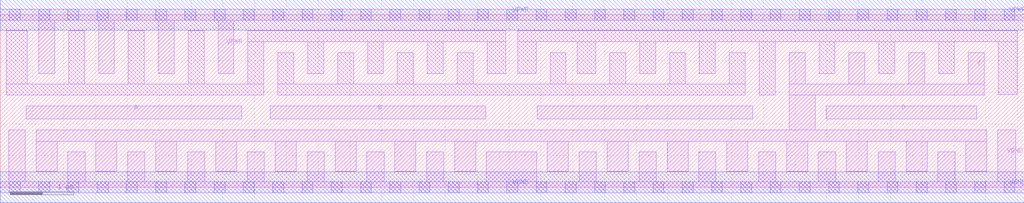
<source format=lef>
# Copyright 2020 The SkyWater PDK Authors
#
# Licensed under the Apache License, Version 2.0 (the "License");
# you may not use this file except in compliance with the License.
# You may obtain a copy of the License at
#
#     https://www.apache.org/licenses/LICENSE-2.0
#
# Unless required by applicable law or agreed to in writing, software
# distributed under the License is distributed on an "AS IS" BASIS,
# WITHOUT WARRANTIES OR CONDITIONS OF ANY KIND, either express or implied.
# See the License for the specific language governing permissions and
# limitations under the License.
#
# SPDX-License-Identifier: Apache-2.0

VERSION 5.7 ;
  NAMESCASESENSITIVE ON ;
  NOWIREEXTENSIONATPIN ON ;
  DIVIDERCHAR "/" ;
  BUSBITCHARS "[]" ;
UNITS
  DATABASE MICRONS 200 ;
END UNITS
PROPERTYDEFINITIONS
  MACRO maskLayoutSubType STRING ;
  MACRO prCellType STRING ;
  MACRO originalViewName STRING ;
END PROPERTYDEFINITIONS
MACRO sky130_fd_sc_hdll__nor4_8
  CLASS CORE ;
  FOREIGN sky130_fd_sc_hdll__nor4_8 ;
  ORIGIN  0.000000  0.000000 ;
  SIZE  16.10000 BY  2.720000 ;
  SYMMETRY X Y R90 ;
  SITE unithd ;
  PIN A
    ANTENNAGATEAREA  2.220000 ;
    DIRECTION INPUT ;
    USE SIGNAL ;
    PORT
      LAYER li1 ;
        RECT 0.405000 1.075000 3.795000 1.285000 ;
    END
  END A
  PIN B
    ANTENNAGATEAREA  2.220000 ;
    DIRECTION INPUT ;
    USE SIGNAL ;
    PORT
      LAYER li1 ;
        RECT 4.245000 1.075000 7.635000 1.285000 ;
    END
  END B
  PIN C
    ANTENNAGATEAREA  2.220000 ;
    DIRECTION INPUT ;
    USE SIGNAL ;
    PORT
      LAYER li1 ;
        RECT 8.445000 1.075000 11.835000 1.285000 ;
    END
  END C
  PIN D
    ANTENNAGATEAREA  2.220000 ;
    DIRECTION INPUT ;
    USE SIGNAL ;
    PORT
      LAYER li1 ;
        RECT 12.985000 1.075000 15.355000 1.285000 ;
    END
  END D
  PIN Y
    ANTENNADIFFAREA  3.968000 ;
    DIRECTION OUTPUT ;
    USE SIGNAL ;
    PORT
      LAYER li1 ;
        RECT  0.565000 0.255000  0.895000 0.725000 ;
        RECT  0.565000 0.725000 15.515000 0.905000 ;
        RECT  1.505000 0.255000  1.835000 0.725000 ;
        RECT  2.445000 0.255000  2.775000 0.725000 ;
        RECT  3.385000 0.255000  3.715000 0.725000 ;
        RECT  4.325000 0.255000  4.655000 0.725000 ;
        RECT  5.265000 0.255000  5.595000 0.725000 ;
        RECT  6.205000 0.255000  6.535000 0.725000 ;
        RECT  7.145000 0.255000  7.475000 0.725000 ;
        RECT  8.605000 0.255000  8.935000 0.725000 ;
        RECT  9.545000 0.255000  9.875000 0.725000 ;
        RECT 10.485000 0.255000 10.815000 0.725000 ;
        RECT 11.425000 0.255000 11.755000 0.725000 ;
        RECT 12.365000 0.255000 12.695000 0.725000 ;
        RECT 12.405000 0.905000 12.815000 1.455000 ;
        RECT 12.405000 1.455000 15.475000 1.625000 ;
        RECT 12.405000 1.625000 12.655000 2.125000 ;
        RECT 13.305000 0.255000 13.635000 0.725000 ;
        RECT 13.345000 1.625000 13.595000 2.125000 ;
        RECT 14.245000 0.255000 14.575000 0.725000 ;
        RECT 14.285000 1.625000 14.535000 2.125000 ;
        RECT 15.185000 0.255000 15.515000 0.725000 ;
        RECT 15.225000 1.625000 15.475000 2.125000 ;
    END
  END Y
  PIN VGND
    DIRECTION INOUT ;
    USE GROUND ;
    PORT
      LAYER li1 ;
        RECT  0.000000 -0.085000 16.100000 0.085000 ;
        RECT  0.135000  0.085000  0.395000 0.905000 ;
        RECT  1.065000  0.085000  1.335000 0.555000 ;
        RECT  2.005000  0.085000  2.275000 0.555000 ;
        RECT  2.945000  0.085000  3.215000 0.555000 ;
        RECT  3.885000  0.085000  4.155000 0.555000 ;
        RECT  4.825000  0.085000  5.095000 0.555000 ;
        RECT  5.765000  0.085000  6.035000 0.555000 ;
        RECT  6.705000  0.085000  6.975000 0.555000 ;
        RECT  7.645000  0.085000  8.435000 0.555000 ;
        RECT  9.105000  0.085000  9.375000 0.555000 ;
        RECT 10.045000  0.085000 10.315000 0.555000 ;
        RECT 10.985000  0.085000 11.255000 0.555000 ;
        RECT 11.925000  0.085000 12.195000 0.555000 ;
        RECT 12.865000  0.085000 13.135000 0.555000 ;
        RECT 13.805000  0.085000 14.075000 0.555000 ;
        RECT 14.745000  0.085000 15.015000 0.555000 ;
        RECT 15.685000  0.085000 15.965000 0.905000 ;
      LAYER mcon ;
        RECT  0.145000 -0.085000  0.315000 0.085000 ;
        RECT  0.605000 -0.085000  0.775000 0.085000 ;
        RECT  1.065000 -0.085000  1.235000 0.085000 ;
        RECT  1.525000 -0.085000  1.695000 0.085000 ;
        RECT  1.985000 -0.085000  2.155000 0.085000 ;
        RECT  2.445000 -0.085000  2.615000 0.085000 ;
        RECT  2.905000 -0.085000  3.075000 0.085000 ;
        RECT  3.365000 -0.085000  3.535000 0.085000 ;
        RECT  3.825000 -0.085000  3.995000 0.085000 ;
        RECT  4.285000 -0.085000  4.455000 0.085000 ;
        RECT  4.745000 -0.085000  4.915000 0.085000 ;
        RECT  5.205000 -0.085000  5.375000 0.085000 ;
        RECT  5.665000 -0.085000  5.835000 0.085000 ;
        RECT  6.125000 -0.085000  6.295000 0.085000 ;
        RECT  6.585000 -0.085000  6.755000 0.085000 ;
        RECT  7.045000 -0.085000  7.215000 0.085000 ;
        RECT  7.505000 -0.085000  7.675000 0.085000 ;
        RECT  7.965000 -0.085000  8.135000 0.085000 ;
        RECT  8.425000 -0.085000  8.595000 0.085000 ;
        RECT  8.885000 -0.085000  9.055000 0.085000 ;
        RECT  9.345000 -0.085000  9.515000 0.085000 ;
        RECT  9.805000 -0.085000  9.975000 0.085000 ;
        RECT 10.265000 -0.085000 10.435000 0.085000 ;
        RECT 10.725000 -0.085000 10.895000 0.085000 ;
        RECT 11.185000 -0.085000 11.355000 0.085000 ;
        RECT 11.645000 -0.085000 11.815000 0.085000 ;
        RECT 12.105000 -0.085000 12.275000 0.085000 ;
        RECT 12.565000 -0.085000 12.735000 0.085000 ;
        RECT 13.025000 -0.085000 13.195000 0.085000 ;
        RECT 13.485000 -0.085000 13.655000 0.085000 ;
        RECT 13.945000 -0.085000 14.115000 0.085000 ;
        RECT 14.405000 -0.085000 14.575000 0.085000 ;
        RECT 14.865000 -0.085000 15.035000 0.085000 ;
        RECT 15.325000 -0.085000 15.495000 0.085000 ;
        RECT 15.785000 -0.085000 15.955000 0.085000 ;
      LAYER met1 ;
        RECT 0.000000 -0.240000 16.100000 0.240000 ;
    END
  END VGND
  PIN VPWR
    DIRECTION INOUT ;
    USE POWER ;
    PORT
      LAYER li1 ;
        RECT 0.000000 2.635000 16.100000 2.805000 ;
        RECT 0.605000 1.795000  0.855000 2.635000 ;
        RECT 1.545000 1.795000  1.795000 2.635000 ;
        RECT 2.485000 1.795000  2.735000 2.635000 ;
        RECT 3.425000 1.795000  3.675000 2.635000 ;
      LAYER mcon ;
        RECT  0.145000 2.635000  0.315000 2.805000 ;
        RECT  0.605000 2.635000  0.775000 2.805000 ;
        RECT  1.065000 2.635000  1.235000 2.805000 ;
        RECT  1.525000 2.635000  1.695000 2.805000 ;
        RECT  1.985000 2.635000  2.155000 2.805000 ;
        RECT  2.445000 2.635000  2.615000 2.805000 ;
        RECT  2.905000 2.635000  3.075000 2.805000 ;
        RECT  3.365000 2.635000  3.535000 2.805000 ;
        RECT  3.825000 2.635000  3.995000 2.805000 ;
        RECT  4.285000 2.635000  4.455000 2.805000 ;
        RECT  4.745000 2.635000  4.915000 2.805000 ;
        RECT  5.205000 2.635000  5.375000 2.805000 ;
        RECT  5.665000 2.635000  5.835000 2.805000 ;
        RECT  6.125000 2.635000  6.295000 2.805000 ;
        RECT  6.585000 2.635000  6.755000 2.805000 ;
        RECT  7.045000 2.635000  7.215000 2.805000 ;
        RECT  7.505000 2.635000  7.675000 2.805000 ;
        RECT  7.965000 2.635000  8.135000 2.805000 ;
        RECT  8.425000 2.635000  8.595000 2.805000 ;
        RECT  8.885000 2.635000  9.055000 2.805000 ;
        RECT  9.345000 2.635000  9.515000 2.805000 ;
        RECT  9.805000 2.635000  9.975000 2.805000 ;
        RECT 10.265000 2.635000 10.435000 2.805000 ;
        RECT 10.725000 2.635000 10.895000 2.805000 ;
        RECT 11.185000 2.635000 11.355000 2.805000 ;
        RECT 11.645000 2.635000 11.815000 2.805000 ;
        RECT 12.105000 2.635000 12.275000 2.805000 ;
        RECT 12.565000 2.635000 12.735000 2.805000 ;
        RECT 13.025000 2.635000 13.195000 2.805000 ;
        RECT 13.485000 2.635000 13.655000 2.805000 ;
        RECT 13.945000 2.635000 14.115000 2.805000 ;
        RECT 14.405000 2.635000 14.575000 2.805000 ;
        RECT 14.865000 2.635000 15.035000 2.805000 ;
        RECT 15.325000 2.635000 15.495000 2.805000 ;
        RECT 15.785000 2.635000 15.955000 2.805000 ;
      LAYER met1 ;
        RECT 0.000000 2.480000 16.100000 2.960000 ;
    END
  END VPWR
  OBS
    LAYER li1 ;
      RECT  0.095000 1.455000  4.145000 1.625000 ;
      RECT  0.095000 1.625000  0.425000 2.465000 ;
      RECT  1.075000 1.625000  1.325000 2.465000 ;
      RECT  2.015000 1.625000  2.265000 2.465000 ;
      RECT  2.955000 1.625000  3.205000 2.465000 ;
      RECT  3.895000 1.625000  4.145000 2.295000 ;
      RECT  3.895000 2.295000  7.945000 2.465000 ;
      RECT  4.365000 1.455000 11.715000 1.625000 ;
      RECT  4.365000 1.625000  4.615000 2.125000 ;
      RECT  4.835000 1.795000  5.085000 2.295000 ;
      RECT  5.305000 1.625000  5.555000 2.125000 ;
      RECT  5.775000 1.795000  6.025000 2.295000 ;
      RECT  6.245000 1.625000  6.495000 2.125000 ;
      RECT  6.715000 1.795000  6.965000 2.295000 ;
      RECT  7.185000 1.625000  7.435000 2.125000 ;
      RECT  7.655000 1.795000  7.945000 2.295000 ;
      RECT  8.135000 1.795000  8.425000 2.295000 ;
      RECT  8.135000 2.295000 15.995000 2.465000 ;
      RECT  8.645000 1.625000  8.895000 2.125000 ;
      RECT  9.075000 1.795000  9.365000 2.295000 ;
      RECT  9.585000 1.625000  9.835000 2.125000 ;
      RECT 10.055000 1.795000 10.305000 2.295000 ;
      RECT 10.525000 1.625000 10.775000 2.125000 ;
      RECT 10.995000 1.795000 11.245000 2.295000 ;
      RECT 11.465000 1.625000 11.715000 2.125000 ;
      RECT 11.935000 1.455000 12.185000 2.295000 ;
      RECT 12.875000 1.795000 13.125000 2.295000 ;
      RECT 13.815000 1.795000 14.065000 2.295000 ;
      RECT 14.755000 1.795000 15.005000 2.295000 ;
      RECT 15.695000 1.465000 15.995000 2.295000 ;
  END
  PROPERTY maskLayoutSubType "abstract" ;
  PROPERTY prCellType "standard" ;
  PROPERTY originalViewName "layout" ;
END sky130_fd_sc_hdll__nor4_8

</source>
